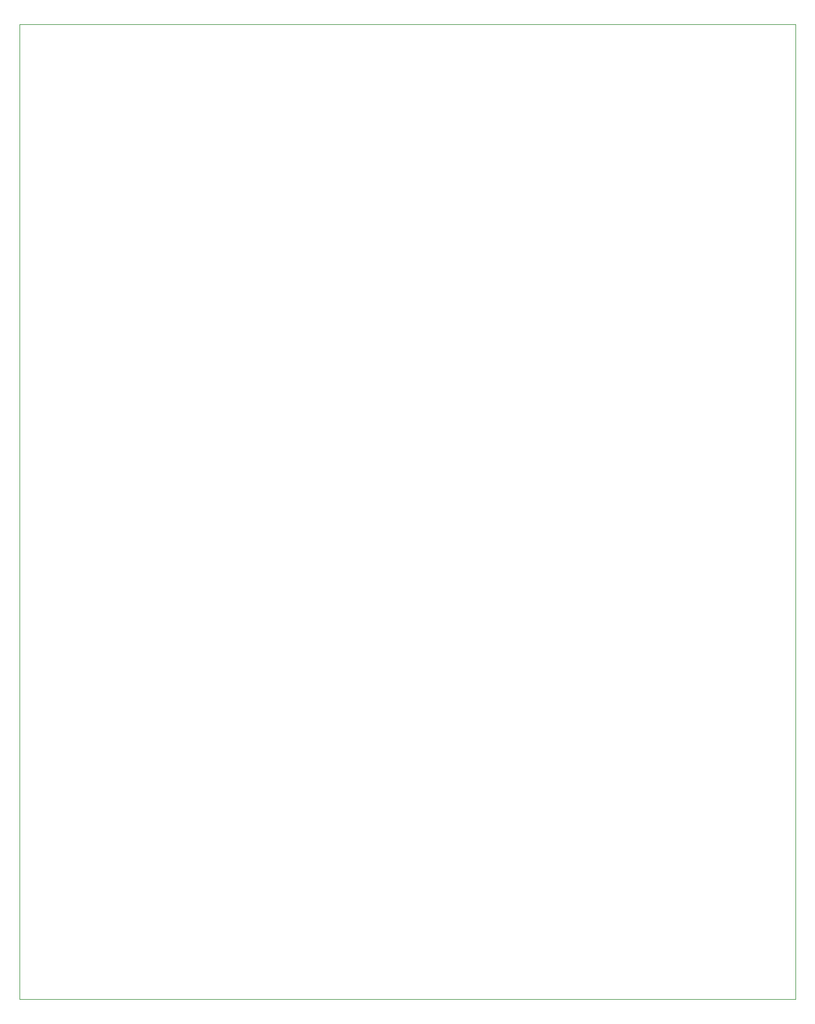
<source format=gm1>
G04 #@! TF.GenerationSoftware,KiCad,Pcbnew,8.0.8*
G04 #@! TF.CreationDate,2025-02-19T12:15:39-05:00*
G04 #@! TF.ProjectId,capstone_pcb,63617073-746f-46e6-955f-7063622e6b69,rev?*
G04 #@! TF.SameCoordinates,Original*
G04 #@! TF.FileFunction,Profile,NP*
%FSLAX46Y46*%
G04 Gerber Fmt 4.6, Leading zero omitted, Abs format (unit mm)*
G04 Created by KiCad (PCBNEW 8.0.8) date 2025-02-19 12:15:39*
%MOMM*%
%LPD*%
G01*
G04 APERTURE LIST*
G04 #@! TA.AperFunction,Profile*
%ADD10C,0.050000*%
G04 #@! TD*
G04 APERTURE END LIST*
D10*
X98500000Y-34000000D02*
X209500000Y-34000000D01*
X209500000Y-173500000D01*
X98500000Y-173500000D01*
X98500000Y-34000000D01*
M02*

</source>
